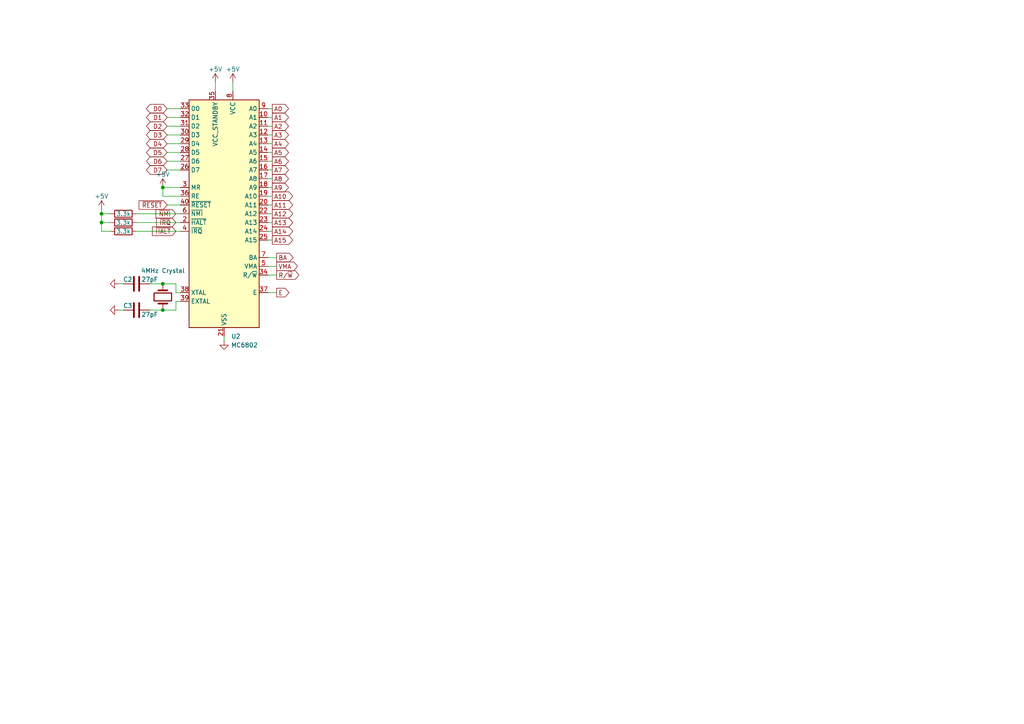
<source format=kicad_sch>
(kicad_sch (version 20230121) (generator eeschema)
  (paper "A4")
  (lib_symbols
    (symbol "68xx:MC6802"
      (property "Reference" "U" (at -8.89 34.29 0))
      (property "Value" "MC6802" (at 10.16 34.29 0))
      (symbol "MC6802_0_1"
        (rectangle (start -10.16 -33.02) (end 10.16 33.02) (stroke (width 0.254)) (fill (type background)))
      )
      (symbol "MC6802_1_1"
        (pin passive line (at 0 -35.56 90) (length 2.54) hide (name "VSS") (number "1"))
        (pin output line (at 12.7 27.94 180) (length 2.54) (name "A1") (number "10"))
        (pin output line (at 12.7 25.4 180) (length 2.54) (name "A2") (number "11"))
        (pin output line (at 12.7 22.86 180) (length 2.54) (name "A3") (number "12"))
        (pin output line (at 12.7 20.32 180) (length 2.54) (name "A4") (number "13"))
        (pin output line (at 12.7 17.78 180) (length 2.54) (name "A5") (number "14"))
        (pin output line (at 12.7 15.24 180) (length 2.54) (name "A6") (number "15"))
        (pin output line (at 12.7 12.7 180) (length 2.54) (name "A7") (number "16"))
        (pin output line (at 12.7 10.16 180) (length 2.54) (name "A8") (number "17"))
        (pin output line (at 12.7 7.62 180) (length 2.54) (name "A9") (number "18"))
        (pin output line (at 12.7 5.08 180) (length 2.54) (name "A10") (number "19"))
        (pin input line (at -12.7 -2.54 0) (length 2.54) (name "~{HALT}") (number "2"))
        (pin output line (at 12.7 2.54 180) (length 2.54) (name "A11") (number "20"))
        (pin power_in line (at 0 -35.56 90) (length 2.54) (name "VSS") (number "21"))
        (pin output line (at 12.7 0 180) (length 2.54) (name "A12") (number "22"))
        (pin output line (at 12.7 -2.54 180) (length 2.54) (name "A13") (number "23"))
        (pin output line (at 12.7 -5.08 180) (length 2.54) (name "A14") (number "24"))
        (pin output line (at 12.7 -7.62 180) (length 2.54) (name "A15") (number "25"))
        (pin bidirectional line (at -12.7 12.7 0) (length 2.54) (name "D7") (number "26"))
        (pin bidirectional line (at -12.7 15.24 0) (length 2.54) (name "D6") (number "27"))
        (pin bidirectional line (at -12.7 17.78 0) (length 2.54) (name "D5") (number "28"))
        (pin bidirectional line (at -12.7 20.32 0) (length 2.54) (name "D4") (number "29"))
        (pin input line (at -12.7 7.62 0) (length 2.54) (name "MR") (number "3"))
        (pin bidirectional line (at -12.7 22.86 0) (length 2.54) (name "D3") (number "30"))
        (pin bidirectional line (at -12.7 25.4 0) (length 2.54) (name "D2") (number "31"))
        (pin bidirectional line (at -12.7 27.94 0) (length 2.54) (name "D1") (number "32"))
        (pin bidirectional line (at -12.7 30.48 0) (length 2.54) (name "D0") (number "33"))
        (pin output line (at 12.7 -17.78 180) (length 2.54) (name "R/~{W}") (number "34"))
        (pin power_in line (at -2.54 35.56 270) (length 2.54) (name "VCC_STANDBY") (number "35"))
        (pin input line (at -12.7 5.08 0) (length 2.54) (name "RE") (number "36"))
        (pin output line (at 12.7 -22.86 180) (length 2.54) (name "E") (number "37"))
        (pin passive line (at -12.7 -22.86 0) (length 2.54) (name "XTAL") (number "38"))
        (pin passive line (at -12.7 -25.4 0) (length 2.54) (name "EXTAL") (number "39"))
        (pin input line (at -12.7 -5.08 0) (length 2.54) (name "~{IRQ}") (number "4"))
        (pin input line (at -12.7 2.54 0) (length 2.54) (name "~{RESET}") (number "40"))
        (pin output line (at 12.7 -15.24 180) (length 2.54) (name "VMA") (number "5"))
        (pin input line (at -12.7 0 0) (length 2.54) (name "~{NMI}") (number "6"))
        (pin output line (at 12.7 -12.7 180) (length 2.54) (name "BA") (number "7"))
        (pin power_in line (at 2.54 35.56 270) (length 2.54) (name "VCC") (number "8"))
        (pin output line (at 12.7 30.48 180) (length 2.54) (name "A0") (number "9"))
      )
    )
    (symbol "Device:C" (pin_numbers hide) (pin_names (offset 0.254))
      (property "Reference" "C" (at 0.635 2.54 0))
      (property "Value" "C" (at 0.635 -2.54 0))
      (symbol "C_0_1"
        (polyline (pts (xy -2.032 -0.762) (xy 2.032 -0.762)) (stroke (width 0.508)))
        (polyline (pts (xy -2.032 0.762) (xy 2.032 0.762)) (stroke (width 0.508)))
      )
      (symbol "C_1_1"
        (pin passive line (at 0 3.81 270) (length 2.794) (name "~") (number "1"))
        (pin passive line (at 0 -3.81 90) (length 2.794) (name "~") (number "2"))
      )
    )
    (symbol "Device:Crystal" (pin_numbers hide) (pin_names (offset 1.016) hide)
      (property "Reference" "Y" (at 0 3.81 0))
      (property "Value" "Crystal" (at 0 -3.81 0))
      (symbol "Crystal_0_1"
        (rectangle (start -1.143 2.54) (end 1.143 -2.54) (stroke (width 0.3048)))
        (polyline (pts (xy -2.54 0) (xy -1.905 0)))
        (polyline (pts (xy -1.905 -1.27) (xy -1.905 1.27)) (stroke (width 0.508)))
        (polyline (pts (xy 1.905 -1.27) (xy 1.905 1.27)) (stroke (width 0.508)))
        (polyline (pts (xy 2.54 0) (xy 1.905 0)))
      )
      (symbol "Crystal_1_1"
        (pin passive line (at -3.81 0 0) (length 1.27) (name "1") (number "1"))
        (pin passive line (at 3.81 0 180) (length 1.27) (name "2") (number "2"))
      )
    )
    (symbol "Device:R" (pin_numbers hide) (pin_names (offset 0))
      (property "Reference" "R" (at 2.032 0 90))
      (property "Value" "R" (at 0 0 90))
      (symbol "R_0_1"
        (rectangle (start -1.016 -2.54) (end 1.016 2.54) (stroke (width 0.254)))
      )
      (symbol "R_1_1"
        (pin passive line (at 0 3.81 270) (length 1.27) (name "~") (number "1"))
        (pin passive line (at 0 -3.81 90) (length 1.27) (name "~") (number "2"))
      )
    )
    (symbol "power:+5V" (power) (pin_names (offset 0))
      (property "Value" "+5V" (at 0 3.556 0))
      (symbol "+5V_0_1"
        (polyline (pts (xy -0.762 1.27) (xy 0 2.54)))
        (polyline (pts (xy 0 0) (xy 0 2.54)))
        (polyline (pts (xy 0 2.54) (xy 0.762 1.27)))
      )
      (symbol "+5V_1_1"
        (pin power_in line (at 0 0 90) (length 0) hide (name "+5V") (number "1"))
      )
    )
    (symbol "power:GND" (power) (pin_names (offset 0))
      (property "Value" "GND" (at 0 -3.81 0))
      (symbol "GND_0_1"
        (polyline (pts (xy 0 0) (xy 0 -1.27) (xy 1.27 -1.27) (xy 0 -2.54) (xy -1.27 -1.27) (xy 0 -1.27)))
      )
      (symbol "GND_1_1"
        (pin power_in line (at 0 0 270) (length 0) hide (name "GND") (number "1"))
      )
    )
  )
  (junction (at 29.44 64.54))
  (junction (at 29.44 62))
  (junction (at 47.22 54.38))
  (junction (at 47.22 89.94))
  (junction (at 47.22 82.32))
  (wire (pts (xy 29.44 64.54) (xy 31.98 64.54)))
  (wire (pts (xy 39.6 67.08) (xy 52.3 67.08)))
  (wire (pts (xy 77.7 59.46) (xy 78.97 59.46)))
  (wire (pts (xy 77.7 56.92) (xy 78.97 56.92)))
  (wire (pts (xy 77.7 84.86) (xy 80.24 84.86)))
  (wire (pts (xy 77.7 69.62) (xy 78.97 69.62)))
  (wire (pts (xy 52.3 84.86) (xy 51.03 84.86)))
  (wire (pts (xy 48.49 41.68) (xy 52.3 41.68)))
  (wire (pts (xy 77.7 46.76) (xy 78.97 46.76)))
  (wire (pts (xy 47.22 56.92) (xy 52.3 56.92)))
  (wire (pts (xy 77.7 62) (xy 78.97 62)))
  (wire (pts (xy 77.7 74.7) (xy 80.24 74.7)))
  (wire (pts (xy 29.44 67.08) (xy 31.98 67.08)))
  (wire (pts (xy 51.03 87.4) (xy 51.03 89.94)))
  (wire (pts (xy 77.7 44.22) (xy 78.97 44.22)))
  (wire (pts (xy 29.44 62) (xy 29.44 64.54)))
  (wire (pts (xy 43.41 82.32) (xy 47.22 82.32)))
  (wire (pts (xy 29.44 64.54) (xy 29.44 67.08)))
  (wire (pts (xy 29.44 60.73) (xy 29.44 62)))
  (wire (pts (xy 77.7 31.52) (xy 78.97 31.52)))
  (wire (pts (xy 48.49 59.46) (xy 52.3 59.46)))
  (wire (pts (xy 62.46 23.9) (xy 62.46 26.44)))
  (wire (pts (xy 77.7 54.38) (xy 78.97 54.38)))
  (wire (pts (xy 48.49 44.22) (xy 52.3 44.22)))
  (wire (pts (xy 29.44 62) (xy 31.98 62)))
  (wire (pts (xy 43.41 89.94) (xy 47.22 89.94)))
  (wire (pts (xy 65 97.56) (xy 65 98.83)))
  (wire (pts (xy 48.49 34.06) (xy 52.3 34.06)))
  (wire (pts (xy 39.6 62) (xy 52.3 62)))
  (wire (pts (xy 77.7 36.6) (xy 78.97 36.6)))
  (wire (pts (xy 48.49 31.52) (xy 52.3 31.52)))
  (wire (pts (xy 47.22 54.38) (xy 52.3 54.38)))
  (wire (pts (xy 39.6 64.54) (xy 52.3 64.54)))
  (wire (pts (xy 77.7 79.78) (xy 80.24 79.78)))
  (wire (pts (xy 47.22 56.92) (xy 47.22 54.38)))
  (wire (pts (xy 51.03 82.32) (xy 47.22 82.32)))
  (wire (pts (xy 77.7 64.54) (xy 78.97 64.54)))
  (wire (pts (xy 48.49 49.3) (xy 52.3 49.3)))
  (wire (pts (xy 51.03 84.86) (xy 51.03 82.32)))
  (wire (pts (xy 77.7 41.68) (xy 78.97 41.68)))
  (wire (pts (xy 47.22 89.94) (xy 51.03 89.94)))
  (wire (pts (xy 48.49 46.76) (xy 52.3 46.76)))
  (wire (pts (xy 48.49 39.14) (xy 52.3 39.14)))
  (wire (pts (xy 77.7 51.84) (xy 78.97 51.84)))
  (wire (pts (xy 77.7 49.3) (xy 78.97 49.3)))
  (wire (pts (xy 34.52 82.32) (xy 35.79 82.32)))
  (wire (pts (xy 77.7 67.08) (xy 78.97 67.08)))
  (wire (pts (xy 48.49 36.6) (xy 52.3 36.6)))
  (wire (pts (xy 77.7 39.14) (xy 78.97 39.14)))
  (wire (pts (xy 77.7 34.06) (xy 78.97 34.06)))
  (wire (pts (xy 52.3 87.4) (xy 51.03 87.4)))
  (wire (pts (xy 34.52 89.94) (xy 35.79 89.94)))
  (wire (pts (xy 77.7 77.24) (xy 80.24 77.24)))
  (wire (pts (xy 67.54 23.9) (xy 67.54 26.44)))
  (global_label "D2" (shape tri_state) (at 48.49 36.6 180) (property "Intersheetrefs" "${INTERSHEET_REFS}" (effects hide)))
  (global_label "~{HALT}" (shape input) (at 51.03 67.08 180) (property "Intersheetrefs" "${INTERSHEET_REFS}" (effects hide)))
  (global_label "A11" (shape output) (at 78.97 59.46 0) (property "Intersheetrefs" "${INTERSHEET_REFS}" (effects hide)))
  (global_label "A2" (shape output) (at 78.97 36.6 0) (property "Intersheetrefs" "${INTERSHEET_REFS}" (effects hide)))
  (global_label "~{RESET}" (shape input) (at 48.49 59.46 180) (property "Intersheetrefs" "${INTERSHEET_REFS}" (effects hide)))
  (global_label "D6" (shape tri_state) (at 48.49 46.76 180) (property "Intersheetrefs" "${INTERSHEET_REFS}" (effects hide)))
  (global_label "A9" (shape output) (at 78.97 54.38 0) (property "Intersheetrefs" "${INTERSHEET_REFS}" (effects hide)))
  (global_label "A6" (shape output) (at 78.97 46.76 0) (property "Intersheetrefs" "${INTERSHEET_REFS}" (effects hide)))
  (global_label "A15" (shape output) (at 78.97 69.62 0) (property "Intersheetrefs" "${INTERSHEET_REFS}" (effects hide)))
  (global_label "~{IRQ}" (shape input) (at 51.03 64.54 180) (property "Intersheetrefs" "${INTERSHEET_REFS}" (effects hide)))
  (global_label "D5" (shape tri_state) (at 48.49 44.22 180) (property "Intersheetrefs" "${INTERSHEET_REFS}" (effects hide)))
  (global_label "A0" (shape output) (at 78.97 31.52 0) (property "Intersheetrefs" "${INTERSHEET_REFS}" (effects hide)))
  (global_label "A4" (shape output) (at 78.97 41.68 0) (property "Intersheetrefs" "${INTERSHEET_REFS}" (effects hide)))
  (global_label "A5" (shape output) (at 78.97 44.22 0) (property "Intersheetrefs" "${INTERSHEET_REFS}" (effects hide)))
  (global_label "~{NMI}" (shape input) (at 51.03 62 180) (property "Intersheetrefs" "${INTERSHEET_REFS}" (effects hide)))
  (global_label "A10" (shape output) (at 78.97 56.92 0) (property "Intersheetrefs" "${INTERSHEET_REFS}" (effects hide)))
  (global_label "D1" (shape tri_state) (at 48.49 34.06 180) (property "Intersheetrefs" "${INTERSHEET_REFS}" (effects hide)))
  (global_label "A14" (shape output) (at 78.97 67.08 0) (property "Intersheetrefs" "${INTERSHEET_REFS}" (effects hide)))
  (global_label "A12" (shape output) (at 78.97 62 0) (property "Intersheetrefs" "${INTERSHEET_REFS}" (effects hide)))
  (global_label "D7" (shape tri_state) (at 48.49 49.3 180) (property "Intersheetrefs" "${INTERSHEET_REFS}" (effects hide)))
  (global_label "VMA" (shape output) (at 80.24 77.24 0) (property "Intersheetrefs" "${INTERSHEET_REFS}" (effects hide)))
  (global_label "A13" (shape output) (at 78.97 64.54 0) (property "Intersheetrefs" "${INTERSHEET_REFS}" (effects hide)))
  (global_label "A3" (shape output) (at 78.97 39.14 0) (property "Intersheetrefs" "${INTERSHEET_REFS}" (effects hide)))
  (global_label "A1" (shape output) (at 78.97 34.06 0) (property "Intersheetrefs" "${INTERSHEET_REFS}" (effects hide)))
  (global_label "D0" (shape tri_state) (at 48.49 31.52 180) (property "Intersheetrefs" "${INTERSHEET_REFS}" (effects hide)))
  (global_label "BA" (shape output) (at 80.24 74.7 0) (property "Intersheetrefs" "${INTERSHEET_REFS}" (effects hide)))
  (global_label "A8" (shape output) (at 78.97 51.84 0) (property "Intersheetrefs" "${INTERSHEET_REFS}" (effects hide)))
  (global_label "D4" (shape tri_state) (at 48.49 41.68 180) (property "Intersheetrefs" "${INTERSHEET_REFS}" (effects hide)))
  (global_label "E" (shape output) (at 80.24 84.86 0) (property "Intersheetrefs" "${INTERSHEET_REFS}" (effects hide)))
  (global_label "D3" (shape tri_state) (at 48.49 39.14 180) (property "Intersheetrefs" "${INTERSHEET_REFS}" (effects hide)))
  (global_label "A7" (shape output) (at 78.97 49.3 0) (property "Intersheetrefs" "${INTERSHEET_REFS}" (effects hide)))
  (global_label "R{slash}~{W}" (shape output) (at 80.24 79.78 0) (property "Intersheetrefs" "${INTERSHEET_REFS}" (effects hide)))
  (symbol (lib_id "power:GND") (at 34.52 82.32 270) (unit 1)
    (property "Reference" "#PWR013" (effects hide))
    (property "Value" "GND" (effects hide))
  )
  (symbol (lib_id "Device:C") (at 39.6 89.94 90) (unit 1)
    (property "Reference" "C3" (at 37.06 88.67 90))
    (property "Value" "27pF" (at 43.41 91.21 90))
    (property "Footprint" "Capacitor_THT:C_Disc_D3.0mm_W1.6mm_P2.50mm" (effects hide))
  )
  (symbol (lib_id "Device:R") (at 35.79 64.54 90) (unit 1)
    (property "Reference" "R3" (effects hide))
    (property "Value" "3.3k" (at 35.79 64.54 90))
  )
  (symbol (lib_id "power:+5V") (at 62.46 23.9 0) (unit 1)
    (property "Reference" "#PWR01" (effects hide))
    (property "Value" "+5V" (at 62.46 20.09 0))
  )
  (symbol (lib_id "68xx:MC6802") (at 65 62 0) (unit 1)
    (property "Reference" "U2" (at 67.0194 97.56 0) (effects (justify left)))
    (property "Value" "MC6802" (at 67.0194 100.1 0) (effects (justify left)))
    (property "Footprint" "Package_DIP:DIP-40_W15.24mm" (effects hide))
    (property "Datasheet" "https://www.jameco.com/Jameco/Products/ProdDS/43502.pdf" (effects hide))
  )
  (symbol (lib_id "Device:Crystal") (at 47.22 86.13 90) (unit 1)
    (property "Reference" "Y1" (effects hide))
    (property "Value" "4MHz Crystal" (at 40.87 78.51 90) (effects (justify right)))
    (property "Footprint" "Crystal:Crystal_HC49-U_Vertical" (effects hide))
  )
  (symbol (lib_id "Device:C") (at 39.6 82.32 90) (unit 1)
    (property "Reference" "C2" (at 37.06 81.05 90))
    (property "Value" "27pF" (at 43.41 81.05 90))
    (property "Footprint" "Capacitor_THT:C_Disc_D3.0mm_W1.6mm_P2.50mm" (effects hide))
  )
  (symbol (lib_id "power:+5V") (at 67.54 23.9 0) (unit 1)
    (property "Reference" "#PWR02" (effects hide))
    (property "Value" "+5V" (at 67.54 20.09 0))
  )
  (symbol (lib_id "power:GND") (at 34.52 89.94 270) (unit 1)
    (property "Reference" "#PWR014" (effects hide))
    (property "Value" "GND" (effects hide))
  )
  (symbol (lib_id "Device:R") (at 35.79 62 90) (unit 1)
    (property "Reference" "R2" (effects hide))
    (property "Value" "3.3k" (at 35.79 62 90))
  )
  (symbol (lib_id "power:+5V") (at 47.22 54.38 0) (unit 1)
    (property "Reference" "#PWR08" (effects hide))
    (property "Value" "+5V" (at 47.22 50.57 0))
  )
  (symbol (lib_id "Device:R") (at 35.79 67.08 90) (unit 1)
    (property "Reference" "R4" (effects hide))
    (property "Value" "3.3k" (at 35.79 67.08 90))
  )
  (symbol (lib_id "power:+5V") (at 29.44 60.73 0) (unit 1)
    (property "Reference" "#PWR010" (effects hide))
    (property "Value" "+5V" (at 29.44 56.92 0))
  )
  (symbol (lib_id "power:GND") (at 65 98.83 0) (unit 1)
    (property "Reference" "#PWR016" (effects hide))
    (property "Value" "GND" (effects hide))
  )
)
</source>
